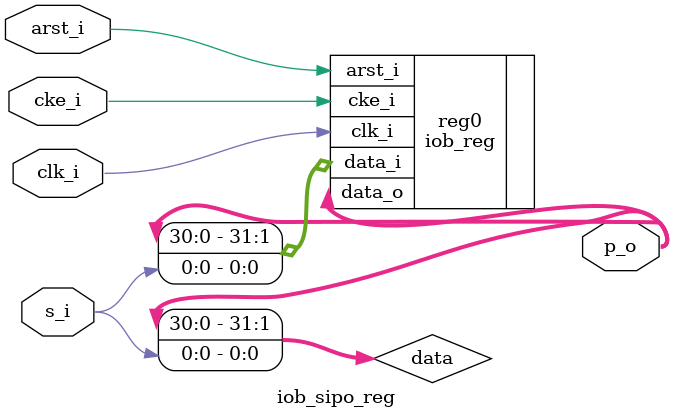
<source format=v>
`timescale 1ns / 1ps

module iob_sipo_reg
  #(
    parameter DATA_W = 32
    )
   (

    input               clk_i,
    input               arst_i,
    input               cke_i,

    //serial input
    input               s_i,

    //parallel output
    output [DATA_W-1:0] p_o
    );

   wire [DATA_W-1:0]   data;
   assign data = {p_o[DATA_W-2:0], s_i};

   iob_reg #(DATA_W, 0) reg0
     (
      .clk_i(clk_i),
      .arst_i(arst_i),
      .cke_i(cke_i),

      .data_i(data),
      .data_o(p_o)
      );
   
endmodule

</source>
